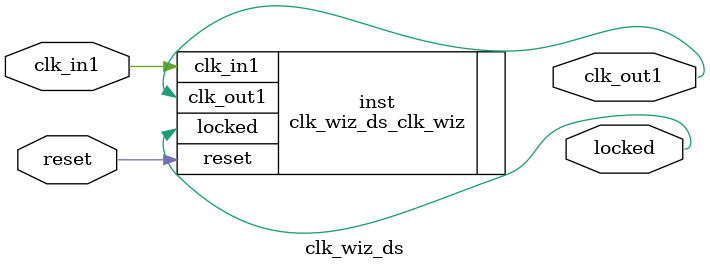
<source format=v>


`timescale 1ps/1ps

(* CORE_GENERATION_INFO = "clk_wiz_ds,clk_wiz_v5_4_3_0,{component_name=clk_wiz_ds,use_phase_alignment=true,use_min_o_jitter=false,use_max_i_jitter=false,use_dyn_phase_shift=false,use_inclk_switchover=false,use_dyn_reconfig=false,enable_axi=0,feedback_source=FDBK_AUTO,PRIMITIVE=MMCM,num_out_clk=1,clkin1_period=10.000,clkin2_period=10.000,use_power_down=false,use_reset=true,use_locked=true,use_inclk_stopped=false,feedback_type=SINGLE,CLOCK_MGR_TYPE=NA,manual_override=false}" *)

module clk_wiz_ds 
 (
  // Clock out ports
  output        clk_out1,
  // Status and control signals
  input         reset,
  output        locked,
 // Clock in ports
  input         clk_in1
 );

  clk_wiz_ds_clk_wiz inst
  (
  // Clock out ports  
  .clk_out1(clk_out1),
  // Status and control signals               
  .reset(reset), 
  .locked(locked),
 // Clock in ports
  .clk_in1(clk_in1)
  );

endmodule

</source>
